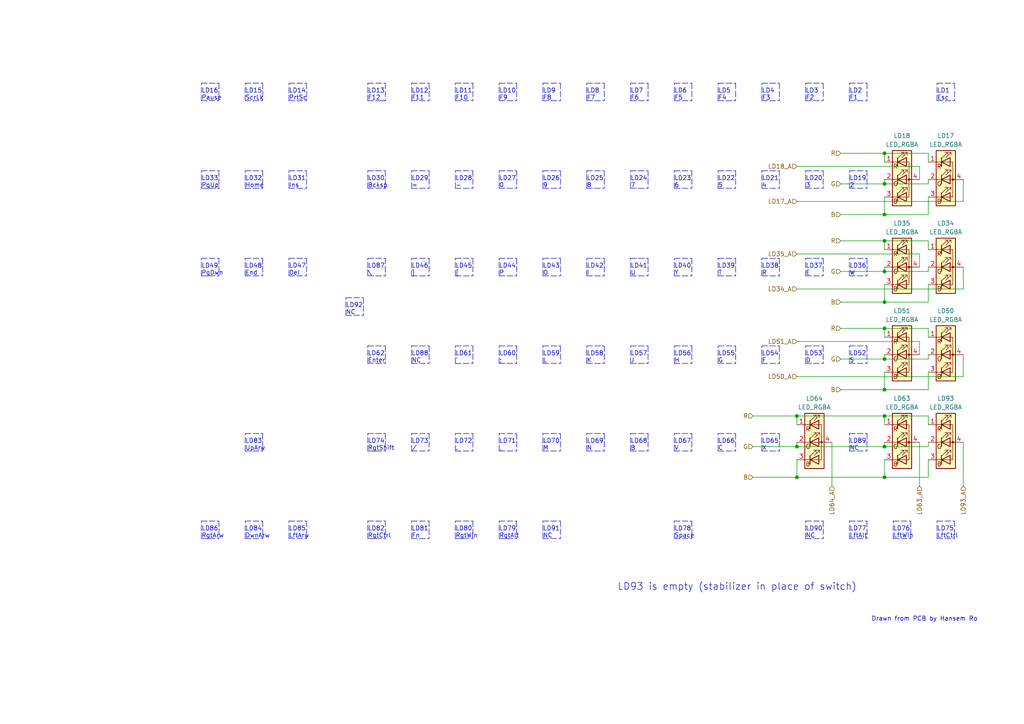
<source format=kicad_sch>
(kicad_sch (version 20211123) (generator eeschema)
  (paper "A4")
  (lib_symbols
    (symbol "Device:LED_RGBA" (pin_names (offset 0) hide)
      (property "Reference" "D" (at 0 9.398 0))
      (property "Value" "LED_RGBA" (at 0 -8.89 0))
      (symbol "LED_RGBA_0_0"
        (text "B" (at -1.905 -6.35 0) (effects (font (size 1.27 1.27))))
        (text "G" (at -1.905 -1.27 0) (effects (font (size 1.27 1.27))))
        (text "R" (at -1.905 3.81 0) (effects (font (size 1.27 1.27))))
      )
      (symbol "LED_RGBA_0_1"
        (polyline (pts (xy -1.27 -5.08) (xy -2.54 -5.08)))
        (polyline (pts (xy -1.27 -5.08) (xy 1.27 -5.08)))
        (polyline (pts (xy -1.27 -3.81) (xy -1.27 -6.35)) (stroke (width 0.254)))
        (polyline (pts (xy -1.27 0) (xy -2.54 0)))
        (polyline (pts (xy -1.27 1.27) (xy -1.27 -1.27)) (stroke (width 0.254)))
        (polyline (pts (xy -1.27 5.08) (xy -2.54 5.08)))
        (polyline (pts (xy -1.27 5.08) (xy 1.27 5.08)))
        (polyline (pts (xy -1.27 6.35) (xy -1.27 3.81)) (stroke (width 0.254)))
        (polyline (pts (xy 1.27 0) (xy -1.27 0)))
        (polyline (pts (xy 1.27 0) (xy 2.54 0)))
        (polyline (pts (xy -1.27 1.27) (xy -1.27 -1.27) (xy -1.27 -1.27)))
        (polyline (pts (xy -1.27 6.35) (xy -1.27 3.81) (xy -1.27 3.81)))
        (polyline (pts (xy 1.27 -5.08) (xy 2.032 -5.08) (xy 2.032 5.08) (xy 1.27 5.08)))
        (polyline (pts (xy 1.27 -3.81) (xy 1.27 -6.35) (xy -1.27 -5.08) (xy 1.27 -3.81)) (stroke (width 0.254)))
        (polyline (pts (xy 1.27 1.27) (xy 1.27 -1.27) (xy -1.27 0) (xy 1.27 1.27)) (stroke (width 0.254)))
        (polyline (pts (xy 1.27 6.35) (xy 1.27 3.81) (xy -1.27 5.08) (xy 1.27 6.35)) (stroke (width 0.254)))
        (polyline (pts (xy -1.016 -3.81) (xy 0.508 -2.286) (xy -0.254 -2.286) (xy 0.508 -2.286) (xy 0.508 -3.048)))
        (polyline (pts (xy -1.016 1.27) (xy 0.508 2.794) (xy -0.254 2.794) (xy 0.508 2.794) (xy 0.508 2.032)))
        (polyline (pts (xy -1.016 6.35) (xy 0.508 7.874) (xy -0.254 7.874) (xy 0.508 7.874) (xy 0.508 7.112)))
        (polyline (pts (xy 0 -3.81) (xy 1.524 -2.286) (xy 0.762 -2.286) (xy 1.524 -2.286) (xy 1.524 -3.048)))
        (polyline (pts (xy 0 1.27) (xy 1.524 2.794) (xy 0.762 2.794) (xy 1.524 2.794) (xy 1.524 2.032)))
        (polyline (pts (xy 0 6.35) (xy 1.524 7.874) (xy 0.762 7.874) (xy 1.524 7.874) (xy 1.524 7.112)))
        (rectangle (start 1.27 -1.27) (end 1.27 1.27))
        (rectangle (start 1.27 1.27) (end 1.27 1.27))
        (rectangle (start 1.27 3.81) (end 1.27 6.35))
        (rectangle (start 1.27 6.35) (end 1.27 6.35))
        (circle (center 2.032 0) (radius 0.254) (fill (type outline)))
        (rectangle (start 2.794 8.382) (end -2.794 -7.62) (stroke (width 0.254)) (fill (type background)))
      )
      (symbol "LED_RGBA_1_1"
        (pin passive line (at -5.08 5.08 0) (length 2.54) (name "RK") (number "1"))
        (pin passive line (at -5.08 0 0) (length 2.54) (name "GK") (number "2"))
        (pin passive line (at -5.08 -5.08 0) (length 2.54) (name "BK") (number "3"))
        (pin passive line (at 5.08 0 180) (length 2.54) (name "A") (number "4"))
      )
    )
  )
  (junction (at 231.14 129.54))
  (junction (at 231.14 120.65))
  (junction (at 256.54 44.45))
  (junction (at 256.54 53.34))
  (junction (at 256.54 113.03))
  (junction (at 256.54 95.25))
  (junction (at 256.54 69.85))
  (junction (at 256.54 138.43))
  (junction (at 256.54 120.65))
  (junction (at 231.14 138.43))
  (junction (at 256.54 104.14))
  (junction (at 256.54 129.54))
  (junction (at 256.54 87.63))
  (junction (at 256.54 78.74))
  (junction (at 256.54 62.23))
  (polyline (pts (xy 106.68 156.21) (xy 111.76 156.21)))
  (polyline (pts (xy 137.16 125.73) (xy 137.16 130.81)))
  (polyline (pts (xy 200.66 125.73) (xy 200.66 130.81)))
  (polyline (pts (xy 187.96 100.33) (xy 187.96 105.41)))
  (wire (pts (xy 266.7 52.07) (xy 266.7 48.26)))
  (polyline (pts (xy 106.68 29.21) (xy 111.76 29.21)))
  (polyline (pts (xy 119.38 49.53) (xy 124.46 49.53)))
  (polyline (pts (xy 233.68 54.61) (xy 238.76 54.61)))
  (polyline (pts (xy 137.16 49.53) (xy 137.16 54.61)))
  (polyline (pts (xy 106.68 125.73) (xy 111.76 125.73)))
  (polyline (pts (xy 238.76 49.53) (xy 238.76 54.61)))
  (polyline (pts (xy 149.86 125.73) (xy 149.86 130.81)))
  (polyline (pts (xy 170.18 54.61) (xy 170.18 49.53)))
  (polyline (pts (xy 119.38 156.21) (xy 119.38 151.13)))
  (polyline (pts (xy 149.86 74.93) (xy 149.86 80.01)))
  (polyline (pts (xy 132.08 49.53) (xy 137.16 49.53)))
  (polyline (pts (xy 83.82 24.13) (xy 88.9 24.13)))
  (polyline (pts (xy 208.28 49.53) (xy 213.36 49.53)))
  (polyline (pts (xy 182.88 74.93) (xy 187.96 74.93)))
  (polyline (pts (xy 157.48 130.81) (xy 157.48 125.73)))
  (polyline (pts (xy 149.86 24.13) (xy 149.86 29.21)))
  (polyline (pts (xy 208.28 130.81) (xy 213.36 130.81)))
  (polyline (pts (xy 170.18 100.33) (xy 175.26 100.33)))
  (polyline (pts (xy 251.46 125.73) (xy 251.46 130.81)))
  (polyline (pts (xy 137.16 151.13) (xy 137.16 156.21)))
  (polyline (pts (xy 246.38 24.13) (xy 251.46 24.13)))
  (polyline (pts (xy 170.18 80.01) (xy 170.18 74.93)))
  (wire (pts (xy 256.54 69.85) (xy 269.24 69.85)))
  (wire (pts (xy 279.4 77.47) (xy 279.4 83.82)))
  (polyline (pts (xy 220.98 74.93) (xy 226.06 74.93)))
  (polyline (pts (xy 170.18 49.53) (xy 175.26 49.53)))
  (polyline (pts (xy 111.76 74.93) (xy 111.76 80.01)))
  (polyline (pts (xy 220.98 80.01) (xy 226.06 80.01)))
  (polyline (pts (xy 144.78 151.13) (xy 149.86 151.13)))
  (polyline (pts (xy 220.98 54.61) (xy 226.06 54.61)))
  (polyline (pts (xy 144.78 130.81) (xy 144.78 125.73)))
  (wire (pts (xy 269.24 72.39) (xy 269.24 69.85)))
  (polyline (pts (xy 111.76 49.53) (xy 111.76 54.61)))
  (polyline (pts (xy 195.58 74.93) (xy 200.66 74.93)))
  (polyline (pts (xy 233.68 74.93) (xy 238.76 74.93)))
  (polyline (pts (xy 162.56 49.53) (xy 162.56 54.61)))
  (polyline (pts (xy 144.78 105.41) (xy 144.78 100.33)))
  (polyline (pts (xy 238.76 100.33) (xy 238.76 105.41)))
  (wire (pts (xy 256.54 44.45) (xy 256.54 46.99)))
  (wire (pts (xy 256.54 53.34) (xy 269.24 53.34)))
  (polyline (pts (xy 226.06 100.33) (xy 226.06 105.41)))
  (polyline (pts (xy 144.78 156.21) (xy 144.78 151.13)))
  (polyline (pts (xy 170.18 29.21) (xy 170.18 24.13)))
  (wire (pts (xy 269.24 97.79) (xy 269.24 95.25)))
  (polyline (pts (xy 83.82 80.01) (xy 88.9 80.01)))
  (polyline (pts (xy 71.12 80.01) (xy 76.2 80.01)))
  (polyline (pts (xy 157.48 29.21) (xy 162.56 29.21)))
  (polyline (pts (xy 246.38 100.33) (xy 251.46 100.33)))
  (polyline (pts (xy 144.78 105.41) (xy 149.86 105.41)))
  (wire (pts (xy 269.24 87.63) (xy 269.24 82.55)))
  (polyline (pts (xy 226.06 74.93) (xy 226.06 80.01)))
  (polyline (pts (xy 144.78 74.93) (xy 149.86 74.93)))
  (polyline (pts (xy 106.68 156.21) (xy 106.68 151.13)))
  (polyline (pts (xy 187.96 74.93) (xy 187.96 80.01)))
  (polyline (pts (xy 246.38 156.21) (xy 246.38 151.13)))
  (polyline (pts (xy 208.28 54.61) (xy 208.28 49.53)))
  (polyline (pts (xy 83.82 29.21) (xy 88.9 29.21)))
  (polyline (pts (xy 259.08 156.21) (xy 264.16 156.21)))
  (polyline (pts (xy 71.12 54.61) (xy 71.12 49.53)))
  (polyline (pts (xy 233.68 105.41) (xy 233.68 100.33)))
  (polyline (pts (xy 200.66 74.93) (xy 200.66 80.01)))
  (polyline (pts (xy 170.18 74.93) (xy 175.26 74.93)))
  (polyline (pts (xy 58.42 151.13) (xy 63.5 151.13)))
  (polyline (pts (xy 83.82 54.61) (xy 88.9 54.61)))
  (polyline (pts (xy 83.82 151.13) (xy 88.9 151.13)))
  (wire (pts (xy 231.14 99.06) (xy 266.7 99.06)))
  (polyline (pts (xy 220.98 29.21) (xy 220.98 24.13)))
  (polyline (pts (xy 195.58 80.01) (xy 195.58 74.93)))
  (polyline (pts (xy 226.06 125.73) (xy 226.06 130.81)))
  (wire (pts (xy 243.84 44.45) (xy 256.54 44.45)))
  (polyline (pts (xy 132.08 100.33) (xy 137.16 100.33)))
  (wire (pts (xy 256.54 133.35) (xy 256.54 138.43)))
  (wire (pts (xy 266.7 128.27) (xy 266.7 140.97)))
  (polyline (pts (xy 137.16 24.13) (xy 137.16 29.21)))
  (wire (pts (xy 269.24 46.99) (xy 269.24 44.45)))
  (wire (pts (xy 256.54 69.85) (xy 256.54 72.39)))
  (polyline (pts (xy 195.58 151.13) (xy 200.66 151.13)))
  (polyline (pts (xy 226.06 24.13) (xy 226.06 29.21)))
  (polyline (pts (xy 106.68 24.13) (xy 111.76 24.13)))
  (polyline (pts (xy 71.12 151.13) (xy 76.2 151.13)))
  (wire (pts (xy 218.44 129.54) (xy 231.14 129.54)))
  (polyline (pts (xy 149.86 100.33) (xy 149.86 105.41)))
  (polyline (pts (xy 119.38 100.33) (xy 124.46 100.33)))
  (polyline (pts (xy 162.56 151.13) (xy 162.56 156.21)))
  (polyline (pts (xy 220.98 105.41) (xy 226.06 105.41)))
  (polyline (pts (xy 124.46 151.13) (xy 124.46 156.21)))
  (wire (pts (xy 256.54 104.14) (xy 269.24 104.14)))
  (polyline (pts (xy 208.28 105.41) (xy 208.28 100.33)))
  (polyline (pts (xy 119.38 80.01) (xy 124.46 80.01)))
  (wire (pts (xy 231.14 58.42) (xy 279.4 58.42)))
  (polyline (pts (xy 144.78 29.21) (xy 149.86 29.21)))
  (polyline (pts (xy 106.68 151.13) (xy 111.76 151.13)))
  (polyline (pts (xy 106.68 105.41) (xy 106.68 100.33)))
  (polyline (pts (xy 83.82 29.21) (xy 83.82 24.13)))
  (polyline (pts (xy 208.28 24.13) (xy 213.36 24.13)))
  (polyline (pts (xy 111.76 100.33) (xy 111.76 105.41)))
  (polyline (pts (xy 132.08 74.93) (xy 137.16 74.93)))
  (polyline (pts (xy 132.08 80.01) (xy 137.16 80.01)))
  (polyline (pts (xy 182.88 130.81) (xy 187.96 130.81)))
  (polyline (pts (xy 170.18 29.21) (xy 175.26 29.21)))
  (polyline (pts (xy 170.18 130.81) (xy 170.18 125.73)))
  (polyline (pts (xy 58.42 29.21) (xy 63.5 29.21)))
  (polyline (pts (xy 195.58 130.81) (xy 200.66 130.81)))
  (polyline (pts (xy 71.12 49.53) (xy 76.2 49.53)))
  (polyline (pts (xy 76.2 151.13) (xy 76.2 156.21)))
  (polyline (pts (xy 157.48 49.53) (xy 162.56 49.53)))
  (polyline (pts (xy 220.98 24.13) (xy 226.06 24.13)))
  (polyline (pts (xy 119.38 130.81) (xy 119.38 125.73)))
  (polyline (pts (xy 144.78 24.13) (xy 149.86 24.13)))
  (polyline (pts (xy 124.46 49.53) (xy 124.46 54.61)))
  (polyline (pts (xy 76.2 49.53) (xy 76.2 54.61)))
  (polyline (pts (xy 119.38 54.61) (xy 119.38 49.53)))
  (wire (pts (xy 256.54 77.47) (xy 256.54 78.74)))
  (polyline (pts (xy 83.82 54.61) (xy 83.82 49.53)))
  (polyline (pts (xy 175.26 74.93) (xy 175.26 80.01)))
  (polyline (pts (xy 132.08 156.21) (xy 132.08 151.13)))
  (polyline (pts (xy 157.48 54.61) (xy 157.48 49.53)))
  (polyline (pts (xy 195.58 105.41) (xy 195.58 100.33)))
  (polyline (pts (xy 157.48 156.21) (xy 162.56 156.21)))
  (polyline (pts (xy 157.48 54.61) (xy 162.56 54.61)))
  (polyline (pts (xy 175.26 125.73) (xy 175.26 130.81)))
  (polyline (pts (xy 251.46 24.13) (xy 251.46 29.21)))
  (polyline (pts (xy 106.68 74.93) (xy 111.76 74.93)))
  (polyline (pts (xy 170.18 80.01) (xy 175.26 80.01)))
  (polyline (pts (xy 233.68 151.13) (xy 238.76 151.13)))
  (polyline (pts (xy 233.68 80.01) (xy 238.76 80.01)))
  (polyline (pts (xy 246.38 29.21) (xy 246.38 24.13)))
  (polyline (pts (xy 251.46 74.93) (xy 251.46 80.01)))
  (wire (pts (xy 231.14 73.66) (xy 266.7 73.66)))
  (polyline (pts (xy 137.16 74.93) (xy 137.16 80.01)))
  (polyline (pts (xy 88.9 24.13) (xy 88.9 29.21)))
  (wire (pts (xy 279.4 128.27) (xy 279.4 140.97)))
  (wire (pts (xy 256.54 87.63) (xy 269.24 87.63)))
  (polyline (pts (xy 58.42 24.13) (xy 63.5 24.13)))
  (wire (pts (xy 256.54 107.95) (xy 256.54 113.03)))
  (polyline (pts (xy 119.38 54.61) (xy 124.46 54.61)))
  (polyline (pts (xy 111.76 125.73) (xy 111.76 130.81)))
  (polyline (pts (xy 175.26 100.33) (xy 175.26 105.41)))
  (polyline (pts (xy 144.78 54.61) (xy 149.86 54.61)))
  (polyline (pts (xy 144.78 29.21) (xy 144.78 24.13)))
  (polyline (pts (xy 246.38 105.41) (xy 251.46 105.41)))
  (wire (pts (xy 243.84 87.63) (xy 256.54 87.63)))
  (polyline (pts (xy 271.78 29.21) (xy 276.86 29.21)))
  (wire (pts (xy 256.54 120.65) (xy 269.24 120.65)))
  (polyline (pts (xy 124.46 100.33) (xy 124.46 105.41)))
  (polyline (pts (xy 195.58 24.13) (xy 200.66 24.13)))
  (polyline (pts (xy 132.08 130.81) (xy 137.16 130.81)))
  (polyline (pts (xy 170.18 125.73) (xy 175.26 125.73)))
  (polyline (pts (xy 195.58 156.21) (xy 195.58 151.13)))
  (polyline (pts (xy 182.88 29.21) (xy 182.88 24.13)))
  (polyline (pts (xy 246.38 105.41) (xy 246.38 100.33)))
  (polyline (pts (xy 251.46 151.13) (xy 251.46 156.21)))
  (polyline (pts (xy 63.5 74.93) (xy 63.5 80.01)))
  (polyline (pts (xy 213.36 74.93) (xy 213.36 80.01)))
  (polyline (pts (xy 83.82 156.21) (xy 88.9 156.21)))
  (polyline (pts (xy 88.9 49.53) (xy 88.9 54.61)))
  (polyline (pts (xy 170.18 105.41) (xy 170.18 100.33)))
  (wire (pts (xy 241.3 128.27) (xy 241.3 140.97)))
  (polyline (pts (xy 76.2 74.93) (xy 76.2 80.01)))
  (polyline (pts (xy 162.56 100.33) (xy 162.56 105.41)))
  (polyline (pts (xy 182.88 100.33) (xy 187.96 100.33)))
  (polyline (pts (xy 238.76 24.13) (xy 238.76 29.21)))
  (wire (pts (xy 256.54 102.87) (xy 256.54 104.14)))
  (wire (pts (xy 256.54 78.74) (xy 269.24 78.74)))
  (polyline (pts (xy 119.38 29.21) (xy 124.46 29.21)))
  (polyline (pts (xy 251.46 49.53) (xy 251.46 54.61)))
  (polyline (pts (xy 246.38 74.93) (xy 251.46 74.93)))
  (polyline (pts (xy 106.68 49.53) (xy 111.76 49.53)))
  (polyline (pts (xy 88.9 151.13) (xy 88.9 156.21)))
  (polyline (pts (xy 195.58 54.61) (xy 200.66 54.61)))
  (polyline (pts (xy 271.78 29.21) (xy 271.78 24.13)))
  (polyline (pts (xy 195.58 49.53) (xy 200.66 49.53)))
  (polyline (pts (xy 100.33 91.44) (xy 100.33 86.36)))
  (polyline (pts (xy 71.12 29.21) (xy 76.2 29.21)))
  (wire (pts (xy 231.14 48.26) (xy 266.7 48.26)))
  (wire (pts (xy 231.14 109.22) (xy 279.4 109.22)))
  (polyline (pts (xy 251.46 100.33) (xy 251.46 105.41)))
  (polyline (pts (xy 213.36 24.13) (xy 213.36 29.21)))
  (polyline (pts (xy 195.58 125.73) (xy 200.66 125.73)))
  (polyline (pts (xy 83.82 156.21) (xy 83.82 151.13)))
  (wire (pts (xy 269.24 62.23) (xy 269.24 57.15)))
  (polyline (pts (xy 200.66 100.33) (xy 200.66 105.41)))
  (polyline (pts (xy 226.06 49.53) (xy 226.06 54.61)))
  (polyline (pts (xy 195.58 130.81) (xy 195.58 125.73)))
  (wire (pts (xy 231.14 133.35) (xy 231.14 138.43)))
  (polyline (pts (xy 119.38 29.21) (xy 119.38 24.13)))
  (polyline (pts (xy 220.98 49.53) (xy 226.06 49.53)))
  (polyline (pts (xy 58.42 156.21) (xy 58.42 151.13)))
  (polyline (pts (xy 246.38 156.21) (xy 251.46 156.21)))
  (polyline (pts (xy 220.98 125.73) (xy 226.06 125.73)))
  (polyline (pts (xy 246.38 151.13) (xy 251.46 151.13)))
  (polyline (pts (xy 119.38 156.21) (xy 124.46 156.21)))
  (wire (pts (xy 266.7 102.87) (xy 266.7 99.06)))
  (polyline (pts (xy 111.76 24.13) (xy 111.76 29.21)))
  (polyline (pts (xy 220.98 130.81) (xy 226.06 130.81)))
  (polyline (pts (xy 157.48 151.13) (xy 162.56 151.13)))
  (polyline (pts (xy 246.38 80.01) (xy 251.46 80.01)))
  (polyline (pts (xy 71.12 54.61) (xy 76.2 54.61)))
  (wire (pts (xy 256.54 95.25) (xy 256.54 97.79)))
  (polyline (pts (xy 63.5 24.13) (xy 63.5 29.21)))
  (polyline (pts (xy 106.68 130.81) (xy 106.68 125.73)))
  (polyline (pts (xy 276.86 151.13) (xy 276.86 156.21)))
  (wire (pts (xy 231.14 138.43) (xy 256.54 138.43)))
  (wire (pts (xy 256.54 138.43) (xy 269.24 138.43)))
  (polyline (pts (xy 208.28 100.33) (xy 213.36 100.33)))
  (wire (pts (xy 279.4 52.07) (xy 279.4 58.42)))
  (polyline (pts (xy 119.38 74.93) (xy 124.46 74.93)))
  (wire (pts (xy 256.54 52.07) (xy 256.54 53.34)))
  (polyline (pts (xy 132.08 54.61) (xy 137.16 54.61)))
  (polyline (pts (xy 132.08 130.81) (xy 132.08 125.73)))
  (polyline (pts (xy 71.12 156.21) (xy 76.2 156.21)))
  (polyline (pts (xy 170.18 105.41) (xy 175.26 105.41)))
  (polyline (pts (xy 71.12 125.73) (xy 76.2 125.73)))
  (polyline (pts (xy 157.48 100.33) (xy 162.56 100.33)))
  (wire (pts (xy 269.24 129.54) (xy 269.24 128.27)))
  (polyline (pts (xy 182.88 80.01) (xy 182.88 74.93)))
  (polyline (pts (xy 182.88 24.13) (xy 187.96 24.13)))
  (polyline (pts (xy 63.5 151.13) (xy 63.5 156.21)))
  (polyline (pts (xy 58.42 54.61) (xy 63.5 54.61)))
  (polyline (pts (xy 144.78 130.81) (xy 149.86 130.81)))
  (polyline (pts (xy 233.68 80.01) (xy 233.68 74.93)))
  (polyline (pts (xy 58.42 80.01) (xy 58.42 74.93)))
  (polyline (pts (xy 208.28 54.61) (xy 213.36 54.61)))
  (polyline (pts (xy 213.36 100.33) (xy 213.36 105.41)))
  (wire (pts (xy 243.84 69.85) (xy 256.54 69.85)))
  (polyline (pts (xy 119.38 151.13) (xy 124.46 151.13)))
  (polyline (pts (xy 71.12 130.81) (xy 76.2 130.81)))
  (polyline (pts (xy 213.36 125.73) (xy 213.36 130.81)))
  (polyline (pts (xy 149.86 49.53) (xy 149.86 54.61)))
  (polyline (pts (xy 233.68 156.21) (xy 238.76 156.21)))
  (polyline (pts (xy 106.68 80.01) (xy 106.68 74.93)))
  (polyline (pts (xy 132.08 24.13) (xy 137.16 24.13)))
  (polyline (pts (xy 83.82 74.93) (xy 88.9 74.93)))
  (wire (pts (xy 231.14 128.27) (xy 231.14 129.54)))
  (polyline (pts (xy 246.38 49.53) (xy 251.46 49.53)))
  (wire (pts (xy 269.24 123.19) (xy 269.24 120.65)))
  (polyline (pts (xy 132.08 105.41) (xy 137.16 105.41)))
  (polyline (pts (xy 157.48 125.73) (xy 162.56 125.73)))
  (polyline (pts (xy 233.68 100.33) (xy 238.76 100.33)))
  (polyline (pts (xy 149.86 151.13) (xy 149.86 156.21)))
  (polyline (pts (xy 58.42 29.21) (xy 58.42 24.13)))
  (polyline (pts (xy 195.58 54.61) (xy 195.58 49.53)))
  (polyline (pts (xy 157.48 105.41) (xy 162.56 105.41)))
  (polyline (pts (xy 170.18 24.13) (xy 175.26 24.13)))
  (polyline (pts (xy 220.98 100.33) (xy 226.06 100.33)))
  (wire (pts (xy 231.14 83.82) (xy 279.4 83.82)))
  (polyline (pts (xy 105.41 86.36) (xy 105.41 91.44)))
  (wire (pts (xy 256.54 128.27) (xy 256.54 129.54)))
  (wire (pts (xy 269.24 78.74) (xy 269.24 77.47)))
  (polyline (pts (xy 238.76 74.93) (xy 238.76 80.01)))
  (wire (pts (xy 269.24 104.14) (xy 269.24 102.87)))
  (polyline (pts (xy 233.68 54.61) (xy 233.68 49.53)))
  (polyline (pts (xy 119.38 130.81) (xy 124.46 130.81)))
  (polyline (pts (xy 246.38 130.81) (xy 251.46 130.81)))
  (polyline (pts (xy 233.68 156.21) (xy 233.68 151.13)))
  (wire (pts (xy 243.84 53.34) (xy 256.54 53.34)))
  (polyline (pts (xy 111.76 29.21) (xy 110.49 29.21)))
  (polyline (pts (xy 76.2 125.73) (xy 76.2 130.81)))
  (polyline (pts (xy 195.58 80.01) (xy 200.66 80.01)))
  (polyline (pts (xy 182.88 54.61) (xy 182.88 49.53)))
  (polyline (pts (xy 200.66 151.13) (xy 200.66 156.21)))
  (polyline (pts (xy 83.82 80.01) (xy 83.82 74.93)))
  (polyline (pts (xy 83.82 49.53) (xy 88.9 49.53)))
  (polyline (pts (xy 124.46 74.93) (xy 124.46 80.01)))
  (polyline (pts (xy 246.38 29.21) (xy 251.46 29.21)))
  (polyline (pts (xy 100.33 86.36) (xy 105.41 86.36)))
  (polyline (pts (xy 71.12 156.21) (xy 71.12 151.13)))
  (wire (pts (xy 243.84 62.23) (xy 256.54 62.23)))
  (polyline (pts (xy 195.58 29.21) (xy 200.66 29.21)))
  (polyline (pts (xy 132.08 156.21) (xy 137.16 156.21)))
  (polyline (pts (xy 182.88 49.53) (xy 187.96 49.53)))
  (polyline (pts (xy 71.12 24.13) (xy 76.2 24.13)))
  (wire (pts (xy 256.54 113.03) (xy 269.24 113.03)))
  (polyline (pts (xy 144.78 80.01) (xy 149.86 80.01)))
  (polyline (pts (xy 124.46 125.73) (xy 124.46 130.81)))
  (polyline (pts (xy 132.08 80.01) (xy 132.08 74.93)))
  (wire (pts (xy 243.84 104.14) (xy 256.54 104.14)))
  (polyline (pts (xy 162.56 74.93) (xy 162.56 80.01)))
  (polyline (pts (xy 233.68 49.53) (xy 238.76 49.53)))
  (polyline (pts (xy 208.28 105.41) (xy 213.36 105.41)))
  (wire (pts (xy 218.44 120.65) (xy 231.14 120.65)))
  (polyline (pts (xy 132.08 54.61) (xy 132.08 49.53)))
  (polyline (pts (xy 144.78 80.01) (xy 144.78 74.93)))
  (polyline (pts (xy 106.68 54.61) (xy 111.76 54.61)))
  (polyline (pts (xy 58.42 74.93) (xy 63.5 74.93)))
  (polyline (pts (xy 208.28 29.21) (xy 213.36 29.21)))
  (wire (pts (xy 269.24 138.43) (xy 269.24 133.35)))
  (wire (pts (xy 231.14 120.65) (xy 256.54 120.65)))
  (polyline (pts (xy 137.16 100.33) (xy 137.16 105.41)))
  (polyline (pts (xy 132.08 105.41) (xy 132.08 100.33)))
  (polyline (pts (xy 182.88 80.01) (xy 187.96 80.01)))
  (polyline (pts (xy 271.78 151.13) (xy 276.86 151.13)))
  (polyline (pts (xy 233.68 29.21) (xy 238.76 29.21)))
  (wire (pts (xy 269.24 113.03) (xy 269.24 107.95)))
  (polyline (pts (xy 132.08 151.13) (xy 137.16 151.13)))
  (polyline (pts (xy 175.26 24.13) (xy 175.26 29.21)))
  (polyline (pts (xy 71.12 130.81) (xy 71.12 125.73)))
  (polyline (pts (xy 100.33 91.44) (xy 105.41 91.44)))
  (polyline (pts (xy 106.68 29.21) (xy 106.68 24.13)))
  (polyline (pts (xy 106.68 80.01) (xy 111.76 80.01)))
  (polyline (pts (xy 182.88 125.73) (xy 187.96 125.73)))
  (polyline (pts (xy 124.46 24.13) (xy 124.46 29.21)))
  (wire (pts (xy 256.54 62.23) (xy 269.24 62.23)))
  (polyline (pts (xy 144.78 49.53) (xy 149.86 49.53)))
  (polyline (pts (xy 246.38 80.01) (xy 246.38 74.93)))
  (polyline (pts (xy 213.36 49.53) (xy 213.36 54.61)))
  (wire (pts (xy 279.4 102.87) (xy 279.4 109.22)))
  (wire (pts (xy 256.54 120.65) (xy 256.54 123.19)))
  (wire (pts (xy 231.14 120.65) (xy 231.14 123.19)))
  (polyline (pts (xy 157.48 80.01) (xy 162.56 80.01)))
  (polyline (pts (xy 58.42 80.01) (xy 63.5 80.01)))
  (wire (pts (xy 231.14 129.54) (xy 256.54 129.54)))
  (polyline (pts (xy 71.12 29.21) (xy 71.12 24.13)))
  (polyline (pts (xy 182.88 130.81) (xy 182.88 125.73)))
  (polyline (pts (xy 246.38 130.81) (xy 246.38 125.73)))
  (polyline (pts (xy 106.68 105.41) (xy 111.76 105.41)))
  (polyline (pts (xy 157.48 130.81) (xy 162.56 130.81)))
  (wire (pts (xy 269.24 53.34) (xy 269.24 52.07)))
  (polyline (pts (xy 259.08 156.21) (xy 259.08 151.13)))
  (polyline (pts (xy 119.38 105.41) (xy 119.38 100.33)))
  (polyline (pts (xy 264.16 151.13) (xy 264.16 156.21)))
  (polyline (pts (xy 233.68 24.13) (xy 238.76 24.13)))
  (polyline (pts (xy 208.28 74.93) (xy 213.36 74.93)))
  (polyline (pts (xy 200.66 24.13) (xy 200.66 29.21)))
  (polyline (pts (xy 88.9 74.93) (xy 88.9 80.01)))
  (wire (pts (xy 256.54 82.55) (xy 256.54 87.63)))
  (polyline (pts (xy 271.78 156.21) (xy 276.86 156.21)))
  (polyline (pts (xy 182.88 105.41) (xy 187.96 105.41)))
  (polyline (pts (xy 195.58 29.21) (xy 195.58 24.13)))
  (polyline (pts (xy 200.66 49.53) (xy 200.66 54.61)))
  (polyline (pts (xy 63.5 49.53) (xy 63.5 54.61)))
  (wire (pts (xy 256.54 44.45) (xy 269.24 44.45)))
  (polyline (pts (xy 157.48 156.21) (xy 157.48 151.13)))
  (polyline (pts (xy 182.88 54.61) (xy 187.96 54.61)))
  (polyline (pts (xy 170.18 130.81) (xy 175.26 130.81)))
  (wire (pts (xy 266.7 77.47) (xy 266.7 73.66)))
  (wire (pts (xy 256.54 95.25) (xy 269.24 95.25)))
  (polyline (pts (xy 132.08 125.73) (xy 137.16 125.73)))
  (polyline (pts (xy 276.86 24.13) (xy 276.86 29.21)))
  (wire (pts (xy 256.54 57.15) (xy 256.54 62.23)))
  (polyline (pts (xy 195.58 105.41) (xy 200.66 105.41)))
  (polyline (pts (xy 157.48 74.93) (xy 162.56 74.93)))
  (polyline (pts (xy 195.58 156.21) (xy 200.66 156.21)))
  (polyline (pts (xy 170.18 54.61) (xy 175.26 54.61)))
  (polyline (pts (xy 111.76 151.13) (xy 111.76 156.21)))
  (polyline (pts (xy 259.08 151.13) (xy 264.16 151.13)))
  (polyline (pts (xy 271.78 24.13) (xy 276.86 24.13)))
  (polyline (pts (xy 220.98 130.81) (xy 220.98 125.73)))
  (polyline (pts (xy 220.98 29.21) (xy 226.06 29.21)))
  (polyline (pts (xy 233.68 105.41) (xy 238.76 105.41)))
  (polyline (pts (xy 208.28 130.81) (xy 208.28 125.73)))
  (polyline (pts (xy 76.2 24.13) (xy 76.2 29.21)))
  (polyline (pts (xy 187.96 24.13) (xy 187.96 29.21)))
  (wire (pts (xy 243.84 113.03) (xy 256.54 113.03)))
  (wire (pts (xy 243.84 95.25) (xy 256.54 95.25)))
  (polyline (pts (xy 195.58 100.33) (xy 200.66 100.33)))
  (polyline (pts (xy 238.76 151.13) (xy 238.76 156.21)))
  (wire (pts (xy 243.84 78.74) (xy 256.54 78.74)))
  (polyline (pts (xy 144.78 100.33) (xy 149.86 100.33)))
  (polyline (pts (xy 119.38 125.73) (xy 124.46 125.73)))
  (polyline (pts (xy 233.68 29.21) (xy 233.68 24.13)))
  (polyline (pts (xy 144.78 54.61) (xy 144.78 49.53)))
  (polyline (pts (xy 132.08 29.21) (xy 132.08 24.13)))
  (polyline (pts (xy 144.78 125.73) (xy 149.86 125.73)))
  (polyline (pts (xy 162.56 24.13) (xy 162.56 29.21)))
  (polyline (pts (xy 187.96 125.73) (xy 187.96 130.81)))
  (polyline (pts (xy 182.88 29.21) (xy 187.96 29.21)))
  (polyline (pts (xy 119.38 24.13) (xy 124.46 24.13)))
  (polyline (pts (xy 208.28 29.21) (xy 208.28 24.13)))
  (polyline (pts (xy 175.26 49.53) (xy 175.26 54.61)))
  (polyline (pts (xy 157.48 24.13) (xy 162.56 24.13)))
  (polyline (pts (xy 157.48 80.01) (xy 157.48 74.93)))
  (polyline (pts (xy 271.78 156.21) (xy 271.78 151.13)))
  (polyline (pts (xy 208.28 125.73) (xy 213.36 125.73)))
  (polyline (pts (xy 246.38 125.73) (xy 251.46 125.73)))
  (polyline (pts (xy 162.56 125.73) (xy 162.56 130.81)))
  (wire (pts (xy 218.44 138.43) (xy 231.14 138.43)))
  (polyline (pts (xy 220.98 54.61) (xy 220.98 49.53)))
  (polyline (pts (xy 71.12 80.01) (xy 71.12 74.93)))
  (polyline (pts (xy 246.38 54.61) (xy 251.46 54.61)))
  (polyline (pts (xy 187.96 49.53) (xy 187.96 54.61)))
  (polyline (pts (xy 119.38 105.41) (xy 124.46 105.41)))
  (polyline (pts (xy 71.12 74.93) (xy 76.2 74.93)))
  (polyline (pts (xy 58.42 54.61) (xy 58.42 49.53)))
  (polyline (pts (xy 208.28 80.01) (xy 213.36 80.01)))
  (polyline (pts (xy 220.98 105.41) (xy 220.98 100.33)))
  (wire (pts (xy 256.54 129.54) (xy 269.24 129.54)))
  (polyline (pts (xy 208.28 80.01) (xy 208.28 74.93)))
  (polyline (pts (xy 132.08 29.21) (xy 137.16 29.21)))
  (polyline (pts (xy 246.38 54.61) (xy 246.38 49.53)))
  (polyline (pts (xy 106.68 100.33) (xy 111.76 100.33)))
  (polyline (pts (xy 58.42 49.53) (xy 63.5 49.53)))
  (polyline (pts (xy 119.38 80.01) (xy 119.38 74.93)))
  (polyline (pts (xy 220.98 80.01) (xy 220.98 74.93)))
  (polyline (pts (xy 144.78 156.21) (xy 149.86 156.21)))
  (polyline (pts (xy 58.42 156.21) (xy 63.5 156.21)))
  (polyline (pts (xy 157.48 29.21) (xy 157.48 24.13)))
  (polyline (pts (xy 106.68 54.61) (xy 106.68 49.53)))
  (polyline (pts (xy 182.88 105.41) (xy 182.88 100.33)))
  (polyline (pts (xy 106.68 130.81) (xy 111.76 130.81)))
  (polyline (pts (xy 157.48 105.41) (xy 157.48 100.33)))
  (text "LD39\nT" (at 208.28 80.01 0) (effects (font (size 1.27 1.27)) (justify left bottom)))
  (text "LD71\n," (at 144.78 130.81 0) (effects (font (size 1.27 1.27)) (justify left bottom)))
  (text "LD4\nF3" (at 220.98 29.21 0) (effects (font (size 1.27 1.27)) (justify left bottom)))
  (text "LD22\n5" (at 208.28 54.61 0) (effects (font (size 1.27 1.27)) (justify left bottom)))
  (text "LD12\nF11" (at 119.38 29.21 0) (effects (font (size 1.27 1.27)) (justify left bottom)))
  (text "LD54\nF" (at 220.98 105.41 0) (effects (font (size 1.27 1.27)) (justify left bottom)))
  (text "LD13\nF12" (at 106.68 29.21 0) (effects (font (size 1.27 1.27)) (justify left bottom)))
  (text "LD68\nB" (at 182.88 130.81 0) (effects (font (size 1.27 1.27)) (justify left bottom)))
  (text "LD47\nDel" (at 83.82 80.01 0) (effects (font (size 1.27 1.27)) (justify left bottom)))
  (text "LD29\n=" (at 119.38 54.61 0) (effects (font (size 1.27 1.27)) (justify left bottom)))
  (text "LD43\nO" (at 157.48 80.01 0) (effects (font (size 1.27 1.27)) (justify left bottom)))
  (text "LD88\nNC" (at 119.38 105.41 0) (effects (font (size 1.27 1.27)) (justify left bottom)))
  (text "LD49\nPgDwn" (at 58.42 80.01 0) (effects (font (size 1.27 1.27)) (justify left bottom)))
  (text "LD60\n;" (at 144.78 105.41 0) (effects (font (size 1.27 1.27)) (justify left bottom)))
  (text "LD21\n4" (at 220.98 54.61 0) (effects (font (size 1.27 1.27)) (justify left bottom)))
  (text "LD85\nLftArw" (at 83.82 156.21 0) (effects (font (size 1.27 1.27)) (justify left bottom)))
  (text "LD15\nScrLk" (at 71.12 29.21 0) (effects (font (size 1.27 1.27)) (justify left bottom)))
  (text "LD57\nJ" (at 182.88 105.41 0) (effects (font (size 1.27 1.27)) (justify left bottom)))
  (text "LD42\nI" (at 170.18 80.01 0) (effects (font (size 1.27 1.27)) (justify left bottom)))
  (text "LD61\n'" (at 132.08 105.41 0) (effects (font (size 1.27 1.27)) (justify left bottom)))
  (text "LD58\nK" (at 170.18 105.41 0) (effects (font (size 1.27 1.27)) (justify left bottom)))
  (text "LD81\nFn" (at 119.38 156.21 0) (effects (font (size 1.27 1.27)) (justify left bottom)))
  (text "LD92\nNC" (at 100.33 91.44 0) (effects (font (size 1.27 1.27)) (justify left bottom)))
  (text "LD79\nRgtAlt" (at 144.78 156.21 0) (effects (font (size 1.27 1.27)) (justify left bottom)))
  (text "LD69\nN" (at 170.18 130.81 0) (effects (font (size 1.27 1.27)) (justify left bottom)))
  (text "LD33\nPgUp" (at 58.42 54.61 0) (effects (font (size 1.27 1.27)) (justify left bottom)))
  (text "LD76\nLftWin" (at 259.08 156.21 0) (effects (font (size 1.27 1.27)) (justify left bottom)))
  (text "LD62\nEnter" (at 106.68 105.41 0) (effects (font (size 1.27 1.27)) (justify left bottom)))
  (text "LD20\n3" (at 233.68 54.61 0) (effects (font (size 1.27 1.27)) (justify left bottom)))
  (text "LD2\nF1" (at 246.38 29.21 0) (effects (font (size 1.27 1.27)) (justify left bottom)))
  (text "LD46\n]" (at 119.38 80.01 0) (effects (font (size 1.27 1.27)) (justify left bottom)))
  (text "LD73\n/" (at 119.38 130.81 0) (effects (font (size 1.27 1.27)) (justify left bottom)))
  (text "LD86\nRgtArw" (at 58.42 156.21 0) (effects (font (size 1.27 1.27)) (justify left bottom)))
  (text "LD52\nS" (at 246.38 105.41 0) (effects (font (size 1.27 1.27)) (justify left bottom)))
  (text "LD26\n9" (at 157.48 54.61 0) (effects (font (size 1.27 1.27)) (justify left bottom)))
  (text "LD31\nIns" (at 83.82 54.61 0) (effects (font (size 1.27 1.27)) (justify left bottom)))
  (text "LD84\nDwnArw" (at 71.12 156.21 0) (effects (font (size 1.27 1.27)) (justify left bottom)))
  (text "LD41\nU" (at 182.88 80.01 0) (effects (font (size 1.27 1.27)) (justify left bottom)))
  (text "LD83\nUpArw" (at 71.12 130.81 0) (effects (font (size 1.27 1.27)) (justify left bottom)))
  (text "LD56\nH" (at 195.58 105.41 0) (effects (font (size 1.27 1.27)) (justify left bottom)))
  (text "LD24\n7" (at 182.88 54.61 0) (effects (font (size 1.27 1.27)) (justify left bottom)))
  (text "LD66\nC" (at 208.28 130.81 0) (effects (font (size 1.27 1.27)) (justify left bottom)))
  (text "LD6\nF5" (at 195.58 29.21 0) (effects (font (size 1.27 1.27)) (justify left bottom)))
  (text "LD44\nP" (at 144.78 80.01 0) (effects (font (size 1.27 1.27)) (justify left bottom)))
  (text "LD78\nSpace" (at 195.58 156.21 0) (effects (font (size 1.27 1.27)) (justify left bottom)))
  (text "LD53\nD" (at 233.68 105.41 0) (effects (font (size 1.27 1.27)) (justify left bottom)))
  (text "LD65\nX" (at 220.98 130.81 0) (effects (font (size 1.27 1.27)) (justify left bottom)))
  (text "LD77\nLftAlt" (at 246.38 156.21 0) (effects (font (size 1.27 1.27)) (justify left bottom)))
  (text "LD10\nF9" (at 144.78 29.21 0) (effects (font (size 1.27 1.27)) (justify left bottom)))
  (text "LD5\nF4" (at 208.28 29.21 0) (effects (font (size 1.27 1.27)) (justify left bottom)))
  (text "LD28\n-" (at 132.08 54.61 0) (effects (font (size 1.27 1.27)) (justify left bottom)))
  (text "Drawn from PCB by Hansem Ro" (at 252.73 180.34 0) (effects (font (size 1.27 1.27)) (justify left bottom)))
  (text "LD82\nRgtCtrl" (at 106.68 156.21 0) (effects (font (size 1.27 1.27)) (justify left bottom)))
  (text "LD48\nEnd" (at 71.12 80.01 0) (effects (font (size 1.27 1.27)) (justify left bottom)))
  (text "LD19\n2" (at 246.38 54.61 0) (effects (font (size 1.27 1.27)) (justify left bottom)))
  (text "LD59\nL" (at 157.48 105.41 0) (effects (font (size 1.27 1.27)) (justify left bottom)))
  (text "LD1\nEsc" (at 271.78 29.21 0) (effects (font (size 1.27 1.27)) (justify left bottom)))
  (text "LD16\nPause" (at 58.42 29.21 0) (effects (font (size 1.27 1.27)) (justify left bottom)))
  (text "LD67\nV" (at 195.58 130.81 0) (effects (font (size 1.27 1.27)) (justify left bottom)))
  (text "LD45\n[" (at 132.08 80.01 0) (effects (font (size 1.27 1.27)) (justify left bottom)))
  (text "LD38\nR" (at 220.98 80.01 0) (effects (font (size 1.27 1.27)) (justify left bottom)))
  (text "LD75\nLftCtrl" (at 271.78 156.21 0) (effects (font (size 1.27 1.27)) (justify left bottom)))
  (text "LD7\nF6" (at 182.88 29.21 0) (effects (font (size 1.27 1.27)) (justify left bottom)))
  (text "LD25\n8" (at 170.18 54.61 0) (effects (font (size 1.27 1.27)) (justify left bottom)))
  (text "LD80\nRgtWin" (at 132.08 156.21 0) (effects (font (size 1.27 1.27)) (justify left bottom)))
  (text "LD74\nRgtShift" (at 106.68 130.81 0) (effects (font (size 1.27 1.27)) (justify left bottom)))
  (text "LD72\n." (at 132.08 130.81 0) (effects (font (size 1.27 1.27)) (justify left bottom)))
  (text "LD11\nF10" (at 132.08 29.21 0) (effects (font (size 1.27 1.27)) (justify left bottom)))
  (text "LD9\nF8" (at 157.48 29.21 0) (effects (font (size 1.27 1.27)) (justify left bottom)))
  (text "LD30\nBcksp" (at 106.68 54.61 0) (effects (font (size 1.27 1.27)) (justify left bottom)))
  (text "LD91\nNC" (at 157.48 156.21 0) (effects (font (size 1.27 1.27)) (justify left bottom)))
  (text "LD93 is empty (stabilizer in place of switch)" (at 179.07 171.45 0) (effects (font (size 2 2)) (justify left bottom)))
  (text "LD89\nNC" (at 246.38 130.81 0) (effects (font (size 1.27 1.27)) (justify left bottom)))
  (text "LD40\nY" (at 195.58 80.01 0) (effects (font (size 1.27 1.27)) (justify left bottom)))
  (text "LD32\nHome" (at 71.12 54.61 0) (effects (font (size 1.27 1.27)) (justify left bottom)))
  (text "LD36\nW" (at 246.38 80.01 0) (effects (font (size 1.27 1.27)) (justify left bottom)))
  (text "LD3\nF2" (at 233.68 29.21 0) (effects (font (size 1.27 1.27)) (justify left bottom)))
  (text "LD8\nF7" (at 170.18 29.21 0) (effects (font (size 1.27 1.27)) (justify left bottom)))
  (text "LD37\nE" (at 233.68 80.01 0) (effects (font (size 1.27 1.27)) (justify left bottom)))
  (text "LD23\n6" (at 195.58 54.61 0) (effects (font (size 1.27 1.27)) (justify left bottom)))
  (text "LD70\nM" (at 157.48 130.81 0) (effects (font (size 1.27 1.27)) (justify left bottom)))
  (text "LD27\n0" (at 144.78 54.61 0) (effects (font (size 1.27 1.27)) (justify left bottom)))
  (text "LD90\nNC" (at 233.68 156.21 0) (effects (font (size 1.27 1.27)) (justify left bottom)))
  (text "LD14\nPrtSc" (at 83.82 29.21 0) (effects (font (size 1.27 1.27)) (justify left bottom)))
  (text "LD87\n\\" (at 106.68 80.01 0) (effects (font (size 1.27 1.27)) (justify left bottom)))
  (text "LD55\nG" (at 208.28 105.41 0) (effects (font (size 1.27 1.27)) (justify left bottom)))
  (hierarchical_label "B" (shape input) (at 243.84 87.63 180))
  (hierarchical_label "R" (shape input) (at 243.84 95.25 180))
  (hierarchical_label "G" (shape input) (at 243.84 104.14 180))
  (hierarchical_label "LD50_A" (shape input) (at 231.14 109.22 180))
  (hierarchical_label "R" (shape input) (at 243.84 69.85 180))
  (hierarchical_label "G" (shape input) (at 243.84 78.74 180))
  (hierarchical_label "LD51_A" (shape input) (at 231.14 99.06 180))
  (hierarchical_label "B" (shape input) (at 243.84 113.03 180))
  (hierarchical_label "LD93_A" (shape input) (at 279.4 140.97 270))
  (hierarchical_label "LD34_A" (shape input) (at 231.14 83.82 180))
  (hierarchical_label "LD35_A" (shape input) (at 231.14 73.66 180))
  (hierarchical_label "B" (shape input) (at 243.84 62.23 180))
  (hierarchical_label "LD18_A" (shape input) (at 231.14 48.26 180))
  (hierarchical_label "G" (shape input) (at 243.84 53.34 180))
  (hierarchical_label "LD63_A" (shape input) (at 266.7 140.97 270))
  (hierarchical_label "G" (shape input) (at 218.44 129.54 180))
  (hierarchical_label "LD17_A" (shape input) (at 231.14 58.42 180))
  (hierarchical_label "R" (shape input) (at 218.44 120.65 180))
  (hierarchical_label "R" (shape input) (at 243.84 44.45 180))
  (hierarchical_label "B" (shape input) (at 218.44 138.43 180))
  (hierarchical_label "LD64_A" (shape input) (at 241.3 140.97 270))
  (symbol (lib_id "Device:LED_RGBA") (at 261.62 77.47 0) (unit 1)
    (property "Reference" "LD35" (at 261.62 64.77 0))
    (property "Value" "LED_RGBA" (at 261.62 67.31 0))
  )
  (symbol (lib_id "Device:LED_RGBA") (at 274.32 52.07 0) (unit 1)
    (property "Reference" "LD17" (at 274.32 39.37 0))
    (property "Value" "LED_RGBA" (at 274.32 41.91 0))
  )
  (symbol (lib_id "Device:LED_RGBA") (at 261.62 128.27 0) (unit 1)
    (property "Reference" "LD63" (at 261.62 115.57 0))
    (property "Value" "LED_RGBA" (at 261.62 118.11 0))
  )
  (symbol (lib_id "Device:LED_RGBA") (at 261.62 52.07 0) (unit 1)
    (property "Reference" "LD18" (at 261.62 39.37 0))
    (property "Value" "LED_RGBA" (at 261.62 41.91 0))
  )
  (symbol (lib_id "Device:LED_RGBA") (at 261.62 102.87 0) (unit 1)
    (property "Reference" "LD51" (at 261.62 90.17 0))
    (property "Value" "LED_RGBA" (at 261.62 92.71 0))
  )
  (symbol (lib_id "Device:LED_RGBA") (at 274.32 77.47 0) (unit 1)
    (property "Reference" "LD34" (at 274.32 64.77 0))
    (property "Value" "LED_RGBA" (at 274.32 67.31 0))
  )
  (symbol (lib_id "Device:LED_RGBA") (at 274.32 102.87 0) (unit 1)
    (property "Reference" "LD50" (at 274.32 90.17 0))
    (property "Value" "LED_RGBA" (at 274.32 92.71 0))
  )
  (symbol (lib_id "Device:LED_RGBA") (at 274.32 128.27 0) (unit 1)
    (property "Reference" "LD93" (at 274.32 115.57 0))
    (property "Value" "LED_RGBA" (at 274.32 118.11 0))
  )
  (symbol (lib_id "Device:LED_RGBA") (at 236.22 128.27 0) (unit 1)
    (property "Reference" "LD64" (at 236.22 115.57 0))
    (property "Value" "LED_RGBA" (at 236.22 118.11 0))
  )
)
</source>
